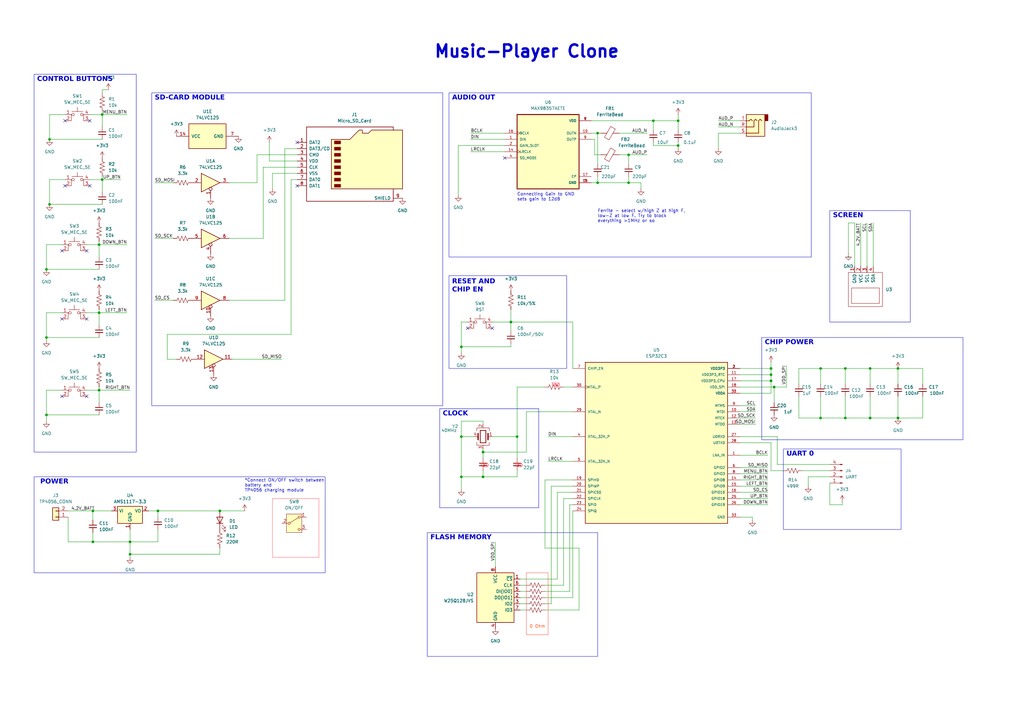
<source format=kicad_sch>
(kicad_sch (version 20230121) (generator eeschema)
  (paper "A3")
  (lib_symbols
    (symbol "74xx:74LVC125" (pin_names (offset 1.016))
      (property "Reference" "U" (at 0 1.27 0))
      (property "Value" "74LVC125" (at 0 -1.27 0))
      (symbol "74LVC125_1_0"
        (pin input inverted (at 0 -6.35 90) (length 4.445) (name "~") (number "1"))
        (pin input line (at -7.62 0 0) (length 3.81) (name "~") (number "2"))
        (pin tri_state line (at 7.62 0 180) (length 3.81) (name "~") (number "3"))
      )
      (symbol "74LVC125_2_0"
        (pin input inverted (at 0 -6.35 90) (length 4.445) (name "~") (number "4"))
        (pin input line (at -7.62 0 0) (length 3.81) (name "~") (number "5"))
        (pin tri_state line (at 7.62 0 180) (length 3.81) (name "~") (number "6"))
      )
      (symbol "74LVC125_3_0"
        (pin input inverted (at 0 -6.35 90) (length 4.445) (name "~") (number "10"))
        (pin tri_state line (at 7.62 0 180) (length 3.81) (name "~") (number "8"))
        (pin input line (at -7.62 0 0) (length 3.81) (name "~") (number "9"))
      )
      (symbol "74LVC125_4_0"
        (pin tri_state line (at 7.62 0 180) (length 3.81) (name "~") (number "11"))
        (pin input line (at -7.62 0 0) (length 3.81) (name "~") (number "12"))
        (pin input inverted (at 0 -6.35 90) (length 4.445) (name "~") (number "13"))
      )
      (symbol "74LVC125_5_0"
        (pin power_in line (at 0 12.7 270) (length 5.08) (name "VCC") (number "14"))
        (pin power_in line (at 0 -12.7 90) (length 5.08) (name "GND") (number "7"))
      )
    )
    (symbol "Connector:Conn_01x04_Pin" (pin_names (offset 1.016) hide)
      (property "Reference" "J" (at 0 5.08 0))
      (property "Value" "Conn_01x04_Pin" (at 0 -7.62 0))
      (symbol "Conn_01x04_Pin_1_1"
        (pin passive line (at 5.08 2.54 180) (length 3.81) (name "Pin_1") (number "1"))
        (pin passive line (at 5.08 0 180) (length 3.81) (name "Pin_2") (number "2"))
        (pin passive line (at 5.08 -2.54 180) (length 3.81) (name "Pin_3") (number "3"))
        (pin passive line (at 5.08 -5.08 180) (length 3.81) (name "Pin_4") (number "4"))
      )
    )
    (symbol "Connector:Micro_SD_Card" (pin_names (offset 1.016))
      (property "Reference" "J" (at -16.51 15.24 0))
      (property "Value" "Micro_SD_Card" (at 16.51 15.24 0))
      (symbol "Micro_SD_Card_1_1"
        (pin bidirectional line (at -22.86 7.62 0) (length 3.81) (name "DAT2") (number "1"))
        (pin bidirectional line (at -22.86 5.08 0) (length 3.81) (name "DAT3/CD") (number "2"))
        (pin input line (at -22.86 2.54 0) (length 3.81) (name "CMD") (number "3"))
        (pin power_in line (at -22.86 0 0) (length 3.81) (name "VDD") (number "4"))
        (pin input line (at -22.86 -2.54 0) (length 3.81) (name "CLK") (number "5"))
        (pin power_in line (at -22.86 -5.08 0) (length 3.81) (name "VSS") (number "6"))
        (pin bidirectional line (at -22.86 -7.62 0) (length 3.81) (name "DAT0") (number "7"))
        (pin bidirectional line (at -22.86 -10.16 0) (length 3.81) (name "DAT1") (number "8"))
        (pin passive line (at 20.32 -15.24 180) (length 3.81) (name "SHIELD") (number "9"))
      )
    )
    (symbol "Connector_Audio:AudioJack3"
      (property "Reference" "J" (at 0 8.89 0))
      (property "Value" "AudioJack3" (at 0 6.35 0))
      (symbol "AudioJack3_1_1"
        (pin passive line (at 5.08 0 180) (length 2.54) (name "~") (number "R"))
        (pin passive line (at 5.08 2.54 180) (length 2.54) (name "~") (number "S"))
        (pin passive line (at 5.08 -2.54 180) (length 2.54) (name "~") (number "T"))
      )
    )
    (symbol "Connector_Generic:Conn_01x02" (pin_names (offset 1.016) hide)
      (property "Reference" "J" (at 0 2.54 0))
      (property "Value" "Conn_01x02" (at 0 -5.08 0))
      (symbol "Conn_01x02_1_1"
        (pin passive line (at -5.08 0 0) (length 3.81) (name "Pin_1") (number "1"))
        (pin passive line (at -5.08 -2.54 0) (length 3.81) (name "Pin_2") (number "2"))
      )
    )
    (symbol "Device:C_Small" (pin_numbers hide) (pin_names (offset 0.254) hide)
      (property "Reference" "C" (at 0.254 1.778 0))
      (property "Value" "C_Small" (at 0.254 -2.032 0))
      (symbol "C_Small_1_1"
        (pin passive line (at 0 2.54 270) (length 2.032) (name "~") (number "1"))
        (pin passive line (at 0 -2.54 90) (length 2.032) (name "~") (number "2"))
      )
    )
    (symbol "Device:Crystal_GND23" (pin_names (offset 1.016) hide)
      (property "Reference" "Y" (at 3.175 5.08 0))
      (property "Value" "Crystal_GND23" (at 3.175 3.175 0))
      (symbol "Crystal_GND23_1_1"
        (pin passive line (at -3.81 0 0) (length 1.27) (name "1") (number "1"))
        (pin passive line (at 0 5.08 270) (length 1.27) (name "2") (number "2"))
        (pin passive line (at 0 -5.08 90) (length 1.27) (name "3") (number "3"))
        (pin passive line (at 3.81 0 180) (length 1.27) (name "4") (number "4"))
      )
    )
    (symbol "Device:FerriteBead" (pin_numbers hide) (pin_names (offset 0))
      (property "Reference" "FB" (at -3.81 0.635 90))
      (property "Value" "FerriteBead" (at 3.81 0 90))
      (symbol "FerriteBead_1_1"
        (pin passive line (at 0 3.81 270) (length 2.54) (name "~") (number "1"))
        (pin passive line (at 0 -3.81 90) (length 2.54) (name "~") (number "2"))
      )
    )
    (symbol "Device:LED" (pin_numbers hide) (pin_names (offset 1.016) hide)
      (property "Reference" "D" (at 0 2.54 0))
      (property "Value" "LED" (at 0 -2.54 0))
      (symbol "LED_1_1"
        (pin passive line (at -3.81 0 0) (length 2.54) (name "K") (number "1"))
        (pin passive line (at 3.81 0 180) (length 2.54) (name "A") (number "2"))
      )
    )
    (symbol "Device:R_US" (pin_numbers hide) (pin_names (offset 0))
      (property "Reference" "R" (at 2.54 0 90))
      (property "Value" "R_US" (at -2.54 0 90))
      (symbol "R_US_1_1"
        (pin passive line (at 0 3.81 270) (length 1.27) (name "~") (number "1"))
        (pin passive line (at 0 -3.81 90) (length 1.27) (name "~") (number "2"))
      )
    )
    (symbol "ESP32C3:ESP32C3" (pin_names (offset 1.016))
      (property "Reference" "U" (at -30.48 33.782 0))
      (property "Value" "ESP32C3" (at -30.48 -33.782 0))
      (symbol "ESP32C3_0_0"
        (pin bidirectional line (at 33.02 -5.08 180) (length 5.08) (name "LNA_IN") (number "1"))
        (pin bidirectional line (at 33.02 12.7 180) (length 5.08) (name "MTDI") (number "10"))
        (pin power_in line (at 33.02 27.94 180) (length 5.08) (name "VDD3P3_RTC") (number "11"))
        (pin bidirectional line (at 33.02 10.16 180) (length 5.08) (name "MTCK") (number "12"))
        (pin bidirectional line (at 33.02 7.62 180) (length 5.08) (name "MTDO") (number "13"))
        (pin bidirectional line (at 33.02 -15.24 180) (length 5.08) (name "GPIO8") (number "14"))
        (pin bidirectional line (at 33.02 -17.78 180) (length 5.08) (name "GPIO9") (number "15"))
        (pin bidirectional line (at 33.02 -20.32 180) (length 5.08) (name "GPIO10") (number "16"))
        (pin power_in line (at 33.02 25.4 180) (length 5.08) (name "VDD3P3_CPU") (number "17"))
        (pin power_in line (at 33.02 22.86 180) (length 5.08) (name "VDD_SPI") (number "18"))
        (pin bidirectional line (at -35.56 -15.24 0) (length 5.08) (name "SPIHD") (number "19"))
        (pin power_in line (at 33.02 30.48 180) (length 5.08) (name "VDD3P3") (number "2"))
        (pin bidirectional line (at -35.56 -17.78 0) (length 5.08) (name "SPIWP") (number "20"))
        (pin bidirectional line (at -35.56 -20.32 0) (length 5.08) (name "SPICS0") (number "21"))
        (pin bidirectional line (at -35.56 -22.86 0) (length 5.08) (name "SPICLK") (number "22"))
        (pin bidirectional line (at -35.56 -25.4 0) (length 5.08) (name "SPID") (number "23"))
        (pin bidirectional line (at -35.56 -27.94 0) (length 5.08) (name "SPIQ") (number "24"))
        (pin bidirectional line (at 33.02 -22.86 180) (length 5.08) (name "GPIO18") (number "25"))
        (pin bidirectional line (at 33.02 -25.4 180) (length 5.08) (name "GPIO19") (number "26"))
        (pin bidirectional line (at 33.02 2.54 180) (length 5.08) (name "U0RXD") (number "27"))
        (pin bidirectional line (at 33.02 0 180) (length 5.08) (name "U0TXD") (number "28"))
        (pin output line (at -35.56 12.7 0) (length 5.08) (name "XTAL_N") (number "29"))
        (pin power_in line (at 33.02 30.48 180) (length 5.08) (name "VDD3P3") (number "3"))
        (pin input clock (at -35.56 22.86 0) (length 5.08) (name "XTAL_P") (number "30"))
        (pin power_in line (at 33.02 20.32 180) (length 5.08) (name "VDDA") (number "31"))
        (pin power_in line (at 33.02 20.32 180) (length 5.08) (name "VDDA") (number "32"))
        (pin power_in line (at 33.02 -30.48 180) (length 5.08) (name "GND") (number "33"))
        (pin bidirectional line (at -35.56 2.54 0) (length 5.08) (name "XTAL_32K_P") (number "4"))
        (pin bidirectional line (at -35.56 -7.62 0) (length 5.08) (name "XTAL_32K_N") (number "5"))
        (pin bidirectional line (at 33.02 -10.16 180) (length 5.08) (name "GPIO2") (number "6"))
        (pin input line (at -35.56 30.48 0) (length 5.08) (name "CHIP_EN") (number "7"))
        (pin bidirectional line (at 33.02 -12.7 180) (length 5.08) (name "GPIO3") (number "8"))
        (pin bidirectional line (at 33.02 15.24 180) (length 5.08) (name "MTMS") (number "9"))
      )
    )
    (symbol "MAX98357AETE:MAX98357AETE" (pin_names (offset 1.016))
      (property "Reference" "U" (at -12.7 16.24 0))
      (property "Value" "MAX98357AETE" (at -12.7 -19.24 0))
      (symbol "MAX98357AETE_0_0"
        (pin input line (at -17.78 5.08 0) (length 5.08) (name "DIN") (number "1"))
        (pin output line (at 17.78 7.62 180) (length 5.08) (name "OUTN") (number "10"))
        (pin power_in line (at 17.78 -12.7 180) (length 5.08) (name "GND") (number "11"))
        (pin input clock (at -17.78 0 0) (length 5.08) (name "LRCLK") (number "14"))
        (pin power_in line (at 17.78 -12.7 180) (length 5.08) (name "GND") (number "15"))
        (pin input clock (at -17.78 7.62 0) (length 5.08) (name "BCLK") (number "16"))
        (pin power_in line (at 17.78 -10.16 180) (length 5.08) (name "EP") (number "17"))
        (pin input line (at -17.78 2.54 0) (length 5.08) (name "GAIN_SLOT") (number "2"))
        (pin power_in line (at 17.78 -12.7 180) (length 5.08) (name "GND") (number "3"))
        (pin input line (at -17.78 -2.54 0) (length 5.08) (name "SD_MODE") (number "4"))
        (pin power_in line (at 17.78 12.7 180) (length 5.08) (name "VDD") (number "7"))
        (pin power_in line (at 17.78 12.7 180) (length 5.08) (name "VDD") (number "8"))
        (pin output line (at 17.78 5.08 180) (length 5.08) (name "OUTP") (number "9"))
      )
    )
    (symbol "Memory_Flash:W25Q128JVS"
      (property "Reference" "U" (at -8.89 8.89 0))
      (property "Value" "W25Q128JVS" (at 7.62 8.89 0))
      (symbol "W25Q128JVS_1_1"
        (pin input line (at -10.16 7.62 0) (length 2.54) (name "~{CS}") (number "1"))
        (pin bidirectional line (at -10.16 0 0) (length 2.54) (name "DO(IO1)") (number "2"))
        (pin bidirectional line (at -10.16 -2.54 0) (length 2.54) (name "IO2") (number "3"))
        (pin power_in line (at 0 -12.7 90) (length 2.54) (name "GND") (number "4"))
        (pin bidirectional line (at -10.16 2.54 0) (length 2.54) (name "DI(IO0)") (number "5"))
        (pin input line (at -10.16 5.08 0) (length 2.54) (name "CLK") (number "6"))
        (pin bidirectional line (at -10.16 -5.08 0) (length 2.54) (name "IO3") (number "7"))
        (pin power_in line (at 0 12.7 270) (length 2.54) (name "VCC") (number "8"))
      )
    )
    (symbol "Regulator_Linear:AMS1117-3.3"
      (property "Reference" "U" (at -3.81 3.175 0))
      (property "Value" "AMS1117-3.3" (at 0 3.175 0))
      (symbol "AMS1117-3.3_1_1"
        (pin power_in line (at 0 -7.62 90) (length 2.54) (name "GND") (number "1"))
        (pin power_out line (at 7.62 0 180) (length 2.54) (name "VO") (number "2"))
        (pin power_in line (at -7.62 0 0) (length 2.54) (name "VI") (number "3"))
      )
    )
    (symbol "Switch:SW_MEC_5E" (pin_names (offset 1.016) hide)
      (property "Reference" "SW" (at 0.635 5.715 0))
      (property "Value" "SW_MEC_5E" (at 0 -3.175 0))
      (symbol "SW_MEC_5E_0_1"
        (pin passive line (at -5.08 2.54 0) (length 2.54) (name "1") (number "1"))
        (pin passive line (at -5.08 0 0) (length 2.54) (name "2") (number "2"))
        (pin passive line (at 5.08 0 180) (length 2.54) (name "K") (number "3"))
        (pin passive line (at 5.08 2.54 180) (length 2.54) (name "A") (number "4"))
      )
    )
    (symbol "Switch:SW_SPDT" (pin_names (offset 0) hide)
      (property "Reference" "SW" (at 0 5.08 0))
      (property "Value" "SW_SPDT" (at 0 -5.08 0))
      (symbol "SW_SPDT_1_1"
        (pin passive line (at 5.08 2.54 180) (length 2.54) (name "A") (number "1"))
        (pin passive line (at -5.08 0 0) (length 2.54) (name "B") (number "2"))
        (pin passive line (at 5.08 -2.54 180) (length 2.54) (name "C") (number "3"))
      )
    )
    (symbol "custom-modules:OLED-0.96{dblquote}"
      (property "Reference" "U" (at 6.35 -15.24 0))
      (symbol "OLED-0.96{dblquote}_1_1"
        (pin bidirectional line (at 2.54 2.54 270) (length 2.54) (name "GND") (number "1"))
        (pin bidirectional line (at 5.08 2.54 270) (length 2.54) (name "VCC") (number "2"))
        (pin bidirectional line (at 7.62 2.54 270) (length 2.54) (name "SCL") (number "3"))
        (pin bidirectional line (at 10.16 2.54 270) (length 2.54) (name "SDA") (number "4"))
      )
    )
    (symbol "power:+3V3" (power) (pin_names (offset 0))
      (property "Value" "+3V3" (at 0 3.556 0))
      (symbol "+3V3_1_1"
        (pin power_in line (at 0 0 90) (length 0) hide (name "+3V3") (number "1"))
      )
    )
    (symbol "power:GND" (power) (pin_names (offset 0))
      (property "Value" "GND" (at 0 -3.81 0))
      (symbol "GND_1_1"
        (pin power_in line (at 0 0 270) (length 0) hide (name "GND") (number "1"))
      )
    )
  )
  (junction (at 38.1 222.25))
  (junction (at 317.5 158.75))
  (junction (at 20.32 83.82))
  (junction (at 64.77 209.55))
  (junction (at 198.12 185.42))
  (junction (at 53.34 222.25))
  (junction (at 19.05 110.49))
  (junction (at 20.32 57.15))
  (junction (at 40.64 128.27))
  (junction (at 41.91 46.99))
  (junction (at 245.11 54.61))
  (junction (at 209.55 132.08))
  (junction (at 38.1 209.55))
  (junction (at 41.91 73.66))
  (junction (at 257.81 74.93))
  (junction (at 336.55 151.13))
  (junction (at 316.23 153.67))
  (junction (at 336.55 171.45))
  (junction (at 356.87 151.13))
  (junction (at 316.23 151.13))
  (junction (at 278.13 59.69))
  (junction (at 189.23 195.58))
  (junction (at 90.17 209.55))
  (junction (at 198.12 195.58))
  (junction (at 368.3 171.45))
  (junction (at 316.23 156.21))
  (junction (at 356.87 171.45))
  (junction (at 346.71 171.45))
  (junction (at 19.05 138.43))
  (junction (at 278.13 49.53))
  (junction (at 40.64 160.02))
  (junction (at 346.71 151.13))
  (junction (at 40.64 100.33))
  (junction (at 189.23 179.07))
  (junction (at 212.09 179.07))
  (junction (at 257.81 63.5))
  (junction (at 267.97 49.53))
  (junction (at 189.23 142.24))
  (junction (at 53.34 227.33))
  (junction (at 19.05 170.18))
  (junction (at 368.3 151.13))
  (junction (at 245.11 74.93))
  (no_connect (at 201.93 134.62))
  (no_connect (at 25.4 130.81))
  (no_connect (at 35.56 102.87))
  (no_connect (at 26.67 49.53))
  (no_connect (at 36.83 49.53))
  (no_connect (at 121.92 58.42))
  (no_connect (at 207.01 64.77))
  (no_connect (at 26.67 76.2))
  (no_connect (at 36.83 76.2))
  (no_connect (at 35.56 162.56))
  (no_connect (at 121.92 76.2))
  (no_connect (at 25.4 102.87))
  (no_connect (at 35.56 130.81))
  (no_connect (at 25.4 162.56))
  (no_connect (at 191.77 134.62))
  (wire (pts (xy 63.5 97.79) (xy 71.12 97.79)))
  (wire (pts (xy 228.6 201.93) (xy 228.6 237.49)))
  (wire (pts (xy 41.91 45.72) (xy 41.91 46.99)))
  (wire (pts (xy 243.84 57.15) (xy 243.84 63.5)))
  (wire (pts (xy 294.64 54.61) (xy 294.64 60.96)))
  (wire (pts (xy 233.68 242.57) (xy 223.52 242.57)))
  (wire (pts (xy 316.23 153.67) (xy 316.23 156.21)))
  (wire (pts (xy 245.11 74.93) (xy 242.57 74.93)))
  (wire (pts (xy 358.14 109.22) (xy 358.14 91.44)))
  (wire (pts (xy 303.53 212.09) (xy 308.61 212.09)))
  (wire (pts (xy 303.53 204.47) (xy 314.96 204.47)))
  (wire (pts (xy 267.97 49.53) (xy 267.97 53.34)))
  (wire (pts (xy 234.95 204.47) (xy 231.14 204.47)))
  (wire (pts (xy 40.64 158.75) (xy 40.64 160.02)))
  (wire (pts (xy 41.91 36.83) (xy 41.91 38.1)))
  (wire (pts (xy 27.94 222.25) (xy 38.1 222.25)))
  (wire (pts (xy 40.64 160.02) (xy 40.64 165.1)))
  (wire (pts (xy 198.12 195.58) (xy 189.23 195.58)))
  (wire (pts (xy 368.3 171.45) (xy 356.87 171.45)))
  (wire (pts (xy 331.47 199.39) (xy 331.47 195.58)))
  (wire (pts (xy 336.55 151.13) (xy 336.55 157.48)))
  (wire (pts (xy 64.77 209.55) (xy 64.77 212.09)))
  (wire (pts (xy 40.64 160.02) (xy 53.34 160.02)))
  (wire (pts (xy 19.05 170.18) (xy 19.05 160.02)))
  (wire (pts (xy 187.96 59.69) (xy 207.01 59.69)))
  (wire (pts (xy 20.32 46.99) (xy 26.67 46.99)))
  (wire (pts (xy 237.49 224.79) (xy 237.49 250.19)))
  (wire (pts (xy 63.5 123.19) (xy 71.12 123.19)))
  (wire (pts (xy 327.66 162.56) (xy 327.66 171.45)))
  (wire (pts (xy 234.95 196.85) (xy 223.52 196.85)))
  (wire (pts (xy 63.5 74.93) (xy 71.12 74.93)))
  (wire (pts (xy 212.09 158.75) (xy 223.52 158.75)))
  (wire (pts (xy 327.66 171.45) (xy 336.55 171.45)))
  (wire (pts (xy 105.41 63.5) (xy 121.92 63.5)))
  (wire (pts (xy 234.95 132.08) (xy 234.95 151.13)))
  (wire (pts (xy 234.95 201.93) (xy 228.6 201.93)))
  (wire (pts (xy 328.93 193.04) (xy 340.36 193.04)))
  (wire (pts (xy 40.64 99.06) (xy 40.64 100.33)))
  (wire (pts (xy 237.49 250.19) (xy 223.52 250.19)))
  (wire (pts (xy 303.53 196.85) (xy 314.96 196.85)))
  (wire (pts (xy 19.05 172.72) (xy 19.05 170.18)))
  (wire (pts (xy 38.1 222.25) (xy 53.34 222.25)))
  (wire (pts (xy 68.58 137.16) (xy 119.38 137.16)))
  (wire (pts (xy 224.79 179.07) (xy 234.95 179.07)))
  (wire (pts (xy 110.49 66.04) (xy 121.92 66.04)))
  (wire (pts (xy 119.38 73.66) (xy 121.92 73.66)))
  (wire (pts (xy 19.05 160.02) (xy 25.4 160.02)))
  (wire (pts (xy 193.04 57.15) (xy 207.01 57.15)))
  (wire (pts (xy 356.87 151.13) (xy 356.87 157.48)))
  (wire (pts (xy 27.94 209.55) (xy 38.1 209.55)))
  (wire (pts (xy 254 54.61) (xy 265.43 54.61)))
  (wire (pts (xy 38.1 218.44) (xy 38.1 222.25)))
  (wire (pts (xy 267.97 59.69) (xy 278.13 59.69)))
  (wire (pts (xy 60.96 209.55) (xy 64.77 209.55)))
  (wire (pts (xy 234.95 207.01) (xy 233.68 207.01)))
  (wire (pts (xy 40.64 100.33) (xy 35.56 100.33)))
  (wire (pts (xy 322.58 149.86) (xy 322.58 158.75)))
  (wire (pts (xy 41.91 73.66) (xy 49.53 73.66)))
  (wire (pts (xy 201.93 132.08) (xy 209.55 132.08)))
  (wire (pts (xy 19.05 128.27) (xy 25.4 128.27)))
  (wire (pts (xy 233.68 207.01) (xy 233.68 242.57)))
  (wire (pts (xy 19.05 138.43) (xy 40.64 138.43)))
  (wire (pts (xy 356.87 151.13) (xy 368.3 151.13)))
  (wire (pts (xy 40.64 160.02) (xy 35.56 160.02)))
  (wire (pts (xy 53.34 228.6) (xy 53.34 227.33)))
  (wire (pts (xy 316.23 148.59) (xy 316.23 151.13)))
  (wire (pts (xy 41.91 73.66) (xy 41.91 78.74)))
  (wire (pts (xy 187.96 80.01) (xy 187.96 59.69)))
  (wire (pts (xy 245.11 54.61) (xy 245.11 67.31)))
  (wire (pts (xy 378.46 162.56) (xy 378.46 171.45)))
  (wire (pts (xy 303.53 173.99) (xy 309.88 173.99)))
  (wire (pts (xy 355.6 109.22) (xy 355.6 91.44)))
  (wire (pts (xy 53.34 217.17) (xy 53.34 222.25)))
  (wire (pts (xy 40.64 127) (xy 40.64 128.27)))
  (wire (pts (xy 41.91 46.99) (xy 41.91 52.07)))
  (wire (pts (xy 38.1 209.55) (xy 38.1 213.36)))
  (wire (pts (xy 223.52 247.65) (xy 226.06 247.65)))
  (wire (pts (xy 111.76 77.47) (xy 111.76 71.12)))
  (wire (pts (xy 303.53 54.61) (xy 294.64 54.61)))
  (wire (pts (xy 189.23 144.78) (xy 189.23 142.24)))
  (wire (pts (xy 19.05 138.43) (xy 19.05 128.27)))
  (wire (pts (xy 245.11 72.39) (xy 245.11 74.93)))
  (wire (pts (xy 68.58 147.32) (xy 72.39 147.32)))
  (wire (pts (xy 93.98 123.19) (xy 116.84 123.19)))
  (wire (pts (xy 41.91 46.99) (xy 36.83 46.99)))
  (wire (pts (xy 316.23 193.04) (xy 321.31 193.04)))
  (wire (pts (xy 267.97 58.42) (xy 267.97 59.69)))
  (wire (pts (xy 198.12 185.42) (xy 198.12 187.96)))
  (wire (pts (xy 53.34 227.33) (xy 53.34 222.25)))
  (wire (pts (xy 198.12 172.72) (xy 189.23 172.72)))
  (wire (pts (xy 116.84 123.19) (xy 116.84 60.96)))
  (wire (pts (xy 303.53 201.93) (xy 314.96 201.93)))
  (wire (pts (xy 356.87 162.56) (xy 356.87 171.45)))
  (wire (pts (xy 223.52 240.03) (xy 231.14 240.03)))
  (wire (pts (xy 40.64 128.27) (xy 35.56 128.27)))
  (wire (pts (xy 20.32 83.82) (xy 41.91 83.82)))
  (wire (pts (xy 303.53 151.13) (xy 316.23 151.13)))
  (wire (pts (xy 64.77 209.55) (xy 90.17 209.55)))
  (wire (pts (xy 254 63.5) (xy 257.81 63.5)))
  (wire (pts (xy 193.04 62.23) (xy 207.01 62.23)))
  (wire (pts (xy 194.31 179.07) (xy 189.23 179.07)))
  (wire (pts (xy 20.32 73.66) (xy 26.67 73.66)))
  (wire (pts (xy 20.32 83.82) (xy 20.32 73.66)))
  (wire (pts (xy 213.36 237.49) (xy 228.6 237.49)))
  (wire (pts (xy 40.64 100.33) (xy 40.64 105.41)))
  (wire (pts (xy 203.2 222.25) (xy 203.2 232.41)))
  (wire (pts (xy 107.95 97.79) (xy 107.95 68.58)))
  (wire (pts (xy 303.53 181.61) (xy 316.23 181.61)))
  (wire (pts (xy 215.9 168.91) (xy 234.95 168.91)))
  (wire (pts (xy 316.23 181.61) (xy 316.23 193.04)))
  (wire (pts (xy 19.05 100.33) (xy 25.4 100.33)))
  (wire (pts (xy 336.55 151.13) (xy 346.71 151.13)))
  (wire (pts (xy 213.36 250.19) (xy 215.9 250.19)))
  (wire (pts (xy 40.64 100.33) (xy 52.07 100.33)))
  (wire (pts (xy 278.13 49.53) (xy 267.97 49.53)))
  (wire (pts (xy 327.66 157.48) (xy 327.66 151.13)))
  (wire (pts (xy 331.47 195.58) (xy 340.36 195.58)))
  (wire (pts (xy 303.53 191.77) (xy 314.96 191.77)))
  (wire (pts (xy 346.71 162.56) (xy 346.71 171.45)))
  (wire (pts (xy 378.46 157.48) (xy 378.46 151.13)))
  (wire (pts (xy 223.52 245.11) (xy 234.95 245.11)))
  (wire (pts (xy 189.23 172.72) (xy 189.23 179.07)))
  (wire (pts (xy 209.55 127) (xy 209.55 132.08)))
  (wire (pts (xy 316.23 156.21) (xy 303.53 156.21)))
  (wire (pts (xy 223.52 196.85) (xy 223.52 224.79)))
  (wire (pts (xy 64.77 217.17) (xy 64.77 222.25)))
  (wire (pts (xy 340.36 190.5) (xy 318.77 190.5)))
  (wire (pts (xy 303.53 161.29) (xy 316.23 161.29)))
  (wire (pts (xy 278.13 53.34) (xy 278.13 49.53)))
  (wire (pts (xy 116.84 60.96) (xy 121.92 60.96)))
  (wire (pts (xy 64.77 222.25) (xy 53.34 222.25)))
  (wire (pts (xy 257.81 63.5) (xy 265.43 63.5)))
  (wire (pts (xy 90.17 224.79) (xy 90.17 227.33)))
  (wire (pts (xy 278.13 46.99) (xy 278.13 49.53)))
  (wire (pts (xy 226.06 199.39) (xy 226.06 247.65)))
  (wire (pts (xy 353.06 91.44) (xy 353.06 109.22)))
  (wire (pts (xy 20.32 57.15) (xy 41.91 57.15)))
  (wire (pts (xy 294.64 52.07) (xy 303.53 52.07)))
  (wire (pts (xy 242.57 57.15) (xy 243.84 57.15)))
  (wire (pts (xy 19.05 110.49) (xy 19.05 100.33)))
  (wire (pts (xy 198.12 185.42) (xy 215.9 185.42)))
  (wire (pts (xy 303.53 168.91) (xy 309.88 168.91)))
  (wire (pts (xy 317.5 158.75) (xy 317.5 165.1)))
  (wire (pts (xy 234.95 209.55) (xy 234.95 245.11)))
  (wire (pts (xy 223.52 224.79) (xy 237.49 224.79)))
  (wire (pts (xy 317.5 158.75) (xy 322.58 158.75)))
  (wire (pts (xy 90.17 209.55) (xy 100.33 209.55)))
  (wire (pts (xy 45.72 209.55) (xy 38.1 209.55)))
  (wire (pts (xy 198.12 184.15) (xy 198.12 185.42)))
  (wire (pts (xy 303.53 153.67) (xy 316.23 153.67)))
  (wire (pts (xy 189.23 142.24) (xy 209.55 142.24)))
  (wire (pts (xy 327.66 151.13) (xy 336.55 151.13)))
  (wire (pts (xy 345.44 207.01) (xy 340.36 207.01)))
  (wire (pts (xy 198.12 193.04) (xy 198.12 195.58)))
  (wire (pts (xy 262.89 77.47) (xy 262.89 74.93)))
  (wire (pts (xy 347.98 91.44) (xy 347.98 104.14)))
  (wire (pts (xy 213.36 245.11) (xy 215.9 245.11)))
  (wire (pts (xy 213.36 240.03) (xy 215.9 240.03)))
  (wire (pts (xy 119.38 137.16) (xy 119.38 73.66)))
  (wire (pts (xy 231.14 158.75) (xy 234.95 158.75)))
  (wire (pts (xy 93.98 97.79) (xy 107.95 97.79)))
  (wire (pts (xy 378.46 171.45) (xy 368.3 171.45)))
  (wire (pts (xy 243.84 63.5) (xy 246.38 63.5)))
  (wire (pts (xy 303.53 158.75) (xy 317.5 158.75)))
  (wire (pts (xy 303.53 171.45) (xy 309.88 171.45)))
  (wire (pts (xy 234.95 199.39) (xy 226.06 199.39)))
  (wire (pts (xy 90.17 227.33) (xy 53.34 227.33)))
  (wire (pts (xy 20.32 57.15) (xy 20.32 46.99)))
  (wire (pts (xy 215.9 185.42) (xy 215.9 168.91)))
  (wire (pts (xy 257.81 74.93) (xy 245.11 74.93)))
  (wire (pts (xy 212.09 179.07) (xy 212.09 187.96)))
  (wire (pts (xy 350.52 109.22) (xy 350.52 91.44)))
  (wire (pts (xy 278.13 58.42) (xy 278.13 59.69)))
  (wire (pts (xy 193.04 54.61) (xy 207.01 54.61)))
  (wire (pts (xy 27.94 212.09) (xy 27.94 222.25)))
  (wire (pts (xy 242.57 54.61) (xy 245.11 54.61)))
  (wire (pts (xy 316.23 151.13) (xy 316.23 153.67)))
  (wire (pts (xy 19.05 170.18) (xy 40.64 170.18)))
  (wire (pts (xy 303.53 194.31) (xy 314.96 194.31)))
  (wire (pts (xy 212.09 195.58) (xy 198.12 195.58)))
  (wire (pts (xy 245.11 54.61) (xy 246.38 54.61)))
  (wire (pts (xy 198.12 172.72) (xy 198.12 173.99)))
  (wire (pts (xy 111.76 71.12) (xy 121.92 71.12)))
  (wire (pts (xy 257.81 72.39) (xy 257.81 74.93)))
  (wire (pts (xy 209.55 140.97) (xy 209.55 142.24)))
  (wire (pts (xy 110.49 58.42) (xy 110.49 66.04)))
  (wire (pts (xy 368.3 162.56) (xy 368.3 171.45)))
  (wire (pts (xy 189.23 179.07) (xy 189.23 195.58)))
  (wire (pts (xy 303.53 207.01) (xy 314.96 207.01)))
  (wire (pts (xy 201.93 179.07) (xy 212.09 179.07)))
  (wire (pts (xy 303.53 166.37) (xy 309.88 166.37)))
  (wire (pts (xy 189.23 132.08) (xy 191.77 132.08)))
  (wire (pts (xy 209.55 132.08) (xy 209.55 135.89)))
  (wire (pts (xy 213.36 247.65) (xy 215.9 247.65)))
  (wire (pts (xy 345.44 205.74) (xy 345.44 207.01)))
  (wire (pts (xy 209.55 132.08) (xy 234.95 132.08)))
  (wire (pts (xy 19.05 139.7) (xy 19.05 138.43)))
  (wire (pts (xy 378.46 151.13) (xy 368.3 151.13)))
  (wire (pts (xy 40.64 128.27) (xy 52.07 128.27)))
  (wire (pts (xy 19.05 110.49) (xy 40.64 110.49)))
  (wire (pts (xy 336.55 171.45) (xy 346.71 171.45)))
  (wire (pts (xy 303.53 186.69) (xy 314.96 186.69)))
  (wire (pts (xy 340.36 207.01) (xy 340.36 198.12)))
  (wire (pts (xy 303.53 199.39) (xy 314.96 199.39)))
  (wire (pts (xy 41.91 46.99) (xy 52.07 46.99)))
  (wire (pts (xy 189.23 195.58) (xy 189.23 200.66)))
  (wire (pts (xy 95.25 147.32) (xy 115.57 147.32)))
  (wire (pts (xy 40.64 128.27) (xy 40.64 133.35)))
  (wire (pts (xy 308.61 212.09) (xy 308.61 213.36)))
  (wire (pts (xy 318.77 179.07) (xy 303.53 179.07)))
  (wire (pts (xy 105.41 74.93) (xy 105.41 63.5)))
  (wire (pts (xy 346.71 151.13) (xy 346.71 157.48)))
  (wire (pts (xy 41.91 73.66) (xy 36.83 73.66)))
  (wire (pts (xy 212.09 193.04) (xy 212.09 195.58)))
  (wire (pts (xy 213.36 242.57) (xy 215.9 242.57)))
  (wire (pts (xy 262.89 74.93) (xy 257.81 74.93)))
  (wire (pts (xy 346.71 151.13) (xy 356.87 151.13)))
  (wire (pts (xy 350.52 91.44) (xy 347.98 91.44)))
  (wire (pts (xy 224.79 189.23) (xy 234.95 189.23)))
  (wire (pts (xy 336.55 162.56) (xy 336.55 171.45)))
  (wire (pts (xy 316.23 161.29) (xy 316.23 156.21)))
  (wire (pts (xy 318.77 190.5) (xy 318.77 179.07)))
  (wire (pts (xy 44.45 36.83) (xy 41.91 36.83)))
  (wire (pts (xy 231.14 204.47) (xy 231.14 240.03)))
  (wire (pts (xy 189.23 142.24) (xy 189.23 132.08)))
  (wire (pts (xy 107.95 68.58) (xy 121.92 68.58)))
  (wire (pts (xy 68.58 147.32) (xy 68.58 137.16)))
  (wire (pts (xy 41.91 72.39) (xy 41.91 73.66)))
  (wire (pts (xy 346.71 171.45) (xy 356.87 171.45)))
  (wire (pts (xy 242.57 49.53) (xy 267.97 49.53)))
  (wire (pts (xy 368.3 151.13) (xy 368.3 157.48)))
  (wire (pts (xy 212.09 179.07) (xy 212.09 158.75)))
  (wire (pts (xy 93.98 74.93) (xy 105.41 74.93)))
  (wire (pts (xy 278.13 59.69) (xy 278.13 60.96)))
  (wire (pts (xy 257.81 63.5) (xy 257.81 67.31)))
  (wire (pts (xy 294.64 49.53) (xy 303.53 49.53)))
  (rectangle (start 312.42 138.43) (end 394.97 180.34))
  (rectangle (start 184.15 113.03) (end 232.41 151.13))
  (rectangle (start 321.31 184.15) (end 369.57 217.17))
  (rectangle (start 175.26 218.44) (end 245.11 269.24))
  (rectangle (start 215.9 234.95) (end 224.79 260.35) (stroke (width 0) (color 255 67 55 1)))
  (rectangle (start 13.97 195.58) (end 133.35 234.95))
  (rectangle (start 180.34 167.64) (end 220.98 208.28))
  (rectangle (start 62.23 38.1) (end 181.61 166.37))
  (rectangle (start 184.15 38.1) (end 332.74 105.41))
  (rectangle (start 111.76 204.47) (end 130.81 228.6) (stroke (width 0) (color 255 83 91 1)))
  (rectangle (start 13.97 30.48) (end 55.88 185.42))
  (rectangle (start 340.36 86.36) (end 373.38 132.08))
  (text "0 Ohm" (at 217.17 257.81 0) (effects (font (size 1.27 1.27)) (justify left bottom)))
  (text "UART 0" (at 322.58 187.96 0) (effects (font (size 2 2) (thickness 0.4) bold) (justify left bottom)))
  (text "CLOCK" (at 181.61 171.45 0) (effects (font (size 2 2) (thickness 0.4) bold) (justify left bottom)))
  (text "CONTROL BUTTONS\n" (at 15.24 34.29 0) (effects (font (size 2 2) (thickness 0.4) bold) (justify left bottom)))
  (text "TBD" (at 210.82 191.77 0) (effects (font (size 1.27 1.27)) (justify left bottom)))
  (text "SD-CARD MODULE" (at 63.5 41.91 0) (effects (font (size 2 2) (thickness 0.4) bold) (justify left bottom)))
  (text "Ferrite - select w/high Z at high F,\nlow-Z at low F. Try to block \neverything >1MHz or so" (at 245.11 91.44 0) (effects (font (size 1.27 1.27)) (justify left bottom)))
  (text "RESET AND \nCHIP EN\n" (at 185.42 120.65 0) (effects (font (size 2 2) (thickness 0.4) bold) (justify left bottom)))
  (text "TBD" (at 226.06 158.75 0) (effects (font (size 1.27 1.27)) (justify left bottom)))
  (text "TBD" (at 196.85 191.77 0) (effects (font (size 1.27 1.27)) (justify left bottom)))
  (text "Connecting Gain to GND\nsets gain to 12dB" (at 212.09 82.55 0) (effects (font (size 1.27 1.27)) (justify left bottom)))
  (text "AUDIO OUT" (at 185.42 41.91 0) (effects (font (size 2 2) (thickness 0.4) bold) (justify left bottom)))
  (text "CHIP POWER" (at 313.69 142.24 0) (effects (font (size 2 2) (thickness 0.4) bold) (justify left bottom)))
  (text "SCREEN" (at 341.63 90.17 0) (effects (font (size 2 2) (thickness 0.4) bold) (justify left bottom)))
  (text "*Connect ON/OFF switch between\nbattery and \nTP4056 charging module" (at 100.33 201.93 0) (effects (font (size 1.27 1.27)) (justify left bottom)))
  (text "FLASH MEMORY" (at 176.53 222.25 0) (effects (font (size 2 2) (thickness 0.4) bold) (justify left bottom)))
  (text "Music-Player Clone " (at 177.8 24.13 0) (effects (font (size 5 5) bold) (justify left bottom)))
  (text "POWER" (at 16.51 199.39 0) (effects (font (size 2 2) (thickness 0.4) bold) (justify left bottom)))
  (label "SD_SCK" (at 309.88 171.45 180))
  (label "LEFT_BTN" (at 52.07 128.27 180))
  (label "4.2V_BATT" (at 29.21 209.55 0))
  (label "4.2V_BATT" (at 353.06 91.44 270))
  (label "LEFT_BTN" (at 314.96 199.39 180))
  (label "UP_BTN" (at 314.96 204.47 180))
  (label "DOWN_BTN" (at 314.96 207.01 180))
  (label "SD_SCK" (at 63.5 97.79 0))
  (label "AUD_N" (at 265.43 54.61 180))
  (label "SD_CS" (at 63.5 123.19 0))
  (label "DIN" (at 224.79 179.07 0))
  (label "SD_MISO" (at 314.96 191.77 180))
  (label "AUD_N" (at 294.64 52.07 0))
  (label "VDD_SPI" (at 203.2 222.25 270))
  (label "RIGHT_BTN" (at 314.96 196.85 180))
  (label "SDA" (at 358.14 91.44 270))
  (label "LRCLK" (at 193.04 62.23 0))
  (label "DOWN_BTN" (at 52.07 100.33 180))
  (label "AUD_P" (at 294.64 49.53 0))
  (label "MENU_BTN" (at 314.96 194.31 180))
  (label "RIGHT_BTN" (at 53.34 160.02 180))
  (label "LRCLK" (at 224.79 189.23 0))
  (label "SCL" (at 309.88 166.37 180))
  (label "VDD_SPI" (at 322.58 149.86 270))
  (label "MENU_BTN" (at 52.07 46.99 180))
  (label "UP_BTN" (at 49.53 73.66 180))
  (label "SD_MOSI" (at 309.88 173.99 180))
  (label "BCLK" (at 193.04 54.61 0))
  (label "DIN" (at 193.04 57.15 0))
  (label "SD_MOSI" (at 63.5 74.93 0))
  (label "AUD_P" (at 265.43 63.5 180))
  (label "SD_CS" (at 314.96 201.93 180))
  (label "SD_MISO" (at 115.57 147.32 180))
  (label "SDA" (at 309.88 168.91 180))
  (label "BCLK" (at 314.96 186.69 180))
  (label "SCL" (at 355.6 91.44 270))
  (symbol (lib_id "74xx:74LVC125") (at 86.36 123.19 0) (unit 3)
    (property "Reference" "U1" (at 86.36 114.3 0))
    (property "Value" "74LVC125" (at 86.36 116.84 0))
    (property "Datasheet" "http://www.ti.com/lit/gpn/sn74LVC125" (effects hide))
  )
  (symbol (lib_id "Device:R_US") (at 74.93 97.79 90) (unit 1)
    (property "Reference" "R7" (at 74.93 91.44 90))
    (property "Value" "3.3k" (at 74.93 93.98 90))
  )
  (symbol (lib_id "74xx:74LVC125") (at 86.36 74.93 0) (unit 1)
    (property "Reference" "U1" (at 86.36 66.04 0))
    (property "Value" "74LVC125" (at 86.36 68.58 0))
    (property "Datasheet" "http://www.ti.com/lit/gpn/sn74LVC125" (effects hide))
  )
  (symbol (lib_id "power:GND") (at 347.98 104.14 0) (unit 1)
    (property "Reference" "#PWR029" (effects hide))
    (property "Value" "GND" (at 347.98 109.22 0))
  )
  (symbol (lib_id "Connector_Generic:Conn_01x02") (at 22.86 212.09 180) (unit 1)
    (property "Reference" "J3" (at 22.86 203.2 0))
    (property "Value" "TP4056_CONN" (at 22.86 205.74 0))
  )
  (symbol (lib_id "Device:LED") (at 90.17 213.36 90) (unit 1)
    (property "Reference" "D1" (at 93.98 213.6775 90) (effects (justify right)))
    (property "Value" "LED" (at 93.98 216.2175 90) (effects (justify right)))
  )
  (symbol (lib_id "power:GND") (at 187.96 80.01 0) (unit 1)
    (property "Reference" "#PWR023" (effects hide))
    (property "Value" "GND" (at 187.96 85.09 0))
  )
  (symbol (lib_id "Device:C_Small") (at 327.66 160.02 0) (mirror y) (unit 1)
    (property "Reference" "C15" (at 332.74 158.75 0) (effects (justify left)))
    (property "Value" "1uF" (at 332.74 161.29 0) (effects (justify left)))
  )
  (symbol (lib_id "power:GND") (at 86.36 129.54 0) (unit 1)
    (property "Reference" "#PWR013" (effects hide))
    (property "Value" "GND" (at 86.36 134.62 0))
  )
  (symbol (lib_id "Device:C_Small") (at 346.71 160.02 0) (mirror y) (unit 1)
    (property "Reference" "C12" (at 353.06 160.02 0) (effects (justify left)))
    (property "Value" "100nF" (at 354.33 162.56 0) (effects (justify left)))
  )
  (symbol (lib_id "Device:C_Small") (at 378.46 160.02 0) (mirror y) (unit 1)
    (property "Reference" "C17" (at 384.81 158.75 0) (effects (justify left)))
    (property "Value" "100nF" (at 387.35 161.29 0) (effects (justify left)))
  )
  (symbol (lib_id "Switch:SW_MEC_5E") (at 30.48 162.56 0) (unit 1)
    (property "Reference" "SW5" (at 30.48 152.4 0))
    (property "Value" "SW_MEC_5E" (at 30.48 154.94 0))
    (property "Datasheet" "http://www.apem.com/int/index.php?controller=attachment&id_attachment=1371" (effects hide))
  )
  (symbol (lib_id "Switch:SW_MEC_5E") (at 30.48 130.81 0) (unit 1)
    (property "Reference" "SW4" (at 30.48 120.65 0))
    (property "Value" "SW_MEC_5E" (at 30.48 123.19 0))
    (property "Datasheet" "http://www.apem.com/int/index.php?controller=attachment&id_attachment=1371" (effects hide))
  )
  (symbol (lib_id "power:+3V3") (at 110.49 58.42 0) (unit 1)
    (property "Reference" "#PWR018" (effects hide))
    (property "Value" "+3V3" (at 110.49 53.34 0))
  )
  (symbol (lib_id "power:GND") (at 203.2 257.81 0) (mirror y) (unit 1)
    (property "Reference" "#PWR037" (effects hide))
    (property "Value" "GND" (at 203.2 262.89 0))
  )
  (symbol (lib_id "Device:FerriteBead") (at 250.19 63.5 90) (unit 1)
    (property "Reference" "FB2" (at 256.54 57.15 90))
    (property "Value" "FerriteBead" (at 259.08 59.69 90))
  )
  (symbol (lib_id "Device:R_US") (at 227.33 158.75 90) (unit 1)
    (property "Reference" "R13" (at 227.33 152.4 90))
    (property "Value" "10k" (at 227.33 154.94 90))
  )
  (symbol (lib_id "Device:C_Small") (at 41.91 81.28 0) (unit 1)
    (property "Reference" "C2" (at 44.45 80.0163 0) (effects (justify left)))
    (property "Value" "100nF" (at 44.45 82.5563 0) (effects (justify left)))
  )
  (symbol (lib_id "power:GND") (at 368.3 171.45 0) (unit 1)
    (property "Reference" "#PWR030" (effects hide))
    (property "Value" "GND" (at 368.3 176.53 0))
  )
  (symbol (lib_id "power:GND") (at 20.32 57.15 0) (unit 1)
    (property "Reference" "#PWR01" (effects hide))
    (property "Value" "GND" (at 20.32 62.23 0))
  )
  (symbol (lib_id "power:GND") (at 165.1 81.28 0) (unit 1)
    (property "Reference" "#PWR017" (effects hide))
    (property "Value" "GND" (at 165.1 86.36 0))
  )
  (symbol (lib_id "power:+3V3") (at 44.45 36.83 0) (unit 1)
    (property "Reference" "#PWR06" (effects hide))
    (property "Value" "+3V3" (at 44.45 31.75 0))
  )
  (symbol (lib_id "Device:Crystal_GND23") (at 198.12 179.07 0) (mirror y) (unit 1)
    (property "Reference" "Y2" (at 186.69 174.8791 0))
    (property "Value" "40MHz" (at 184.15 176.53 0))
  )
  (symbol (lib_id "Device:R_US") (at 219.71 242.57 90) (unit 1)
    (property "Reference" "R17" (effects hide))
    (property "Value" "10k" (effects hide))
  )
  (symbol (lib_id "Device:R_US") (at 76.2 147.32 90) (unit 1)
    (property "Reference" "R9" (at 76.2 140.97 90))
    (property "Value" "3.3k" (at 76.2 143.51 90))
  )
  (symbol (lib_id "power:GND") (at 189.23 144.78 0) (unit 1)
    (property "Reference" "#PWR021" (effects hide))
    (property "Value" "GND" (at 189.23 149.86 0))
  )
  (symbol (lib_id "Device:R_US") (at 41.91 68.58 0) (unit 1)
    (property "Reference" "R2" (at 44.45 67.31 0) (effects (justify left)))
    (property "Value" "10k" (at 44.45 69.85 0) (effects (justify left)))
  )
  (symbol (lib_id "Device:R_US") (at 209.55 123.19 0) (unit 1)
    (property "Reference" "R11" (at 212.09 121.92 0) (effects (justify left)))
    (property "Value" "10k/5%" (at 212.09 124.46 0) (effects (justify left)))
  )
  (symbol (lib_id "power:GND") (at 189.23 200.66 0) (mirror y) (unit 1)
    (property "Reference" "#PWR034" (effects hide))
    (property "Value" "GND" (at 189.23 205.74 0))
  )
  (symbol (lib_id "Device:C_Small") (at 40.64 167.64 0) (unit 1)
    (property "Reference" "C5" (at 43.18 166.3763 0) (effects (justify left)))
    (property "Value" "100nF" (at 43.18 168.9163 0) (effects (justify left)))
  )
  (symbol (lib_id "Device:C_Small") (at 317.5 167.64 0) (mirror y) (unit 1)
    (property "Reference" "C20" (at 322.58 166.37 0) (effects (justify left)))
    (property "Value" "1uF" (at 325.12 168.91 0) (effects (justify left)))
  )
  (symbol (lib_id "Device:C_Small") (at 41.91 54.61 0) (unit 1)
    (property "Reference" "C1" (at 44.45 53.3463 0) (effects (justify left)))
    (property "Value" "100nF" (at 44.45 55.8863 0) (effects (justify left)))
  )
  (symbol (lib_id "Device:C_Small") (at 356.87 160.02 0) (mirror y) (unit 1)
    (property "Reference" "C13" (at 363.22 158.75 0) (effects (justify left)))
    (property "Value" "100nF" (at 365.76 161.29 0) (effects (justify left)))
  )
  (symbol (lib_id "power:+3V3") (at 72.39 55.88 0) (unit 1)
    (property "Reference" "#PWR015" (effects hide))
    (property "Value" "+3V3" (at 72.39 50.8 0))
  )
  (symbol (lib_id "Device:R_US") (at 219.71 245.11 90) (unit 1)
    (property "Reference" "R18" (effects hide))
    (property "Value" "10k" (effects hide))
  )
  (symbol (lib_id "power:GND") (at 19.05 139.7 0) (unit 1)
    (property "Reference" "#PWR04" (effects hide))
    (property "Value" "GND" (at 19.05 144.78 0))
  )
  (symbol (lib_id "74xx:74LVC125") (at 87.63 147.32 0) (unit 4)
    (property "Reference" "U1" (at 87.63 138.43 0))
    (property "Value" "74LVC125" (at 87.63 140.97 0))
    (property "Datasheet" "http://www.ti.com/lit/gpn/sn74LVC125" (effects hide))
  )
  (symbol (lib_id "power:GND") (at 111.76 77.47 0) (unit 1)
    (property "Reference" "#PWR019" (effects hide))
    (property "Value" "GND" (at 111.76 82.55 0))
  )
  (symbol (lib_id "Device:R_US") (at 40.64 154.94 0) (unit 1)
    (property "Reference" "R5" (at 43.18 153.67 0) (effects (justify left)))
    (property "Value" "10k" (at 43.18 156.21 0) (effects (justify left)))
  )
  (symbol (lib_id "Device:C_Small") (at 245.11 69.85 0) (mirror y) (unit 1)
    (property "Reference" "C21" (at 250.19 68.58 0) (effects (justify left)))
    (property "Value" "220pF" (at 252.73 72.39 0) (effects (justify left)))
  )
  (symbol (lib_id "Device:C_Small") (at 198.12 190.5 0) (unit 1)
    (property "Reference" "C18" (at 200.66 189.2363 0) (effects (justify left)))
    (property "Value" "22pF" (at 200.66 191.7763 0) (effects (justify left)))
  )
  (symbol (lib_id "Memory_Flash:W25Q128JVS") (at 203.2 245.11 0) (mirror y) (unit 1)
    (property "Reference" "U2" (at 194.31 243.84 0) (effects (justify left)))
    (property "Value" "W25Q128JVS" (at 194.31 246.38 0) (effects (justify left)))
    (property "Footprint" "Package_SO:SOIC-8_5.23x5.23mm_P1.27mm" (effects hide))
    (property "Datasheet" "http://www.winbond.com/resource-files/w25q128jv_dtr%20revc%2003272018%20plus.pdf" (effects hide))
  )
  (symbol (lib_id "Device:C_Small") (at 278.13 55.88 0) (mirror y) (unit 1)
    (property "Reference" "C8" (at 283.21 54.61 0) (effects (justify left)))
    (property "Value" "0.1uF" (at 285.75 58.42 0) (effects (justify left)))
  )
  (symbol (lib_id "power:GND") (at 262.89 77.47 0) (unit 1)
    (property "Reference" "#PWR022" (effects hide))
    (property "Value" "GND" (at 262.89 82.55 0))
  )
  (symbol (lib_id "power:+3V3") (at 41.91 64.77 0) (unit 1)
    (property "Reference" "#PWR07" (effects hide))
    (property "Value" "+3V3" (at 41.91 59.69 0))
  )
  (symbol (lib_id "power:GND") (at 294.64 60.96 0) (unit 1)
    (property "Reference" "#PWR038" (effects hide))
    (property "Value" "GND" (at 294.64 66.04 0))
  )
  (symbol (lib_id "Connector:Micro_SD_Card") (at 144.78 66.04 0) (unit 1)
    (property "Reference" "J1" (at 145.415 46.99 0))
    (property "Value" "Micro_SD_Card" (at 145.415 49.53 0))
    (property "Datasheet" "http://katalog.we-online.de/em/datasheet/693072010801.pdf" (effects hide))
  )
  (symbol (lib_id "Device:R_US") (at 325.12 193.04 90) (unit 1)
    (property "Reference" "R14" (at 325.12 196.85 90))
    (property "Value" "499R" (at 325.12 199.39 90))
  )
  (symbol (lib_id "power:GND") (at 278.13 60.96 0) (unit 1)
    (property "Reference" "#PWR025" (effects hide))
    (property "Value" "GND" (at 278.13 66.04 0))
  )
  (symbol (lib_id "Device:C_Small") (at 40.64 135.89 0) (unit 1)
    (property "Reference" "C4" (at 43.18 134.6263 0) (effects (justify left)))
    (property "Value" "100nF" (at 43.18 137.1663 0) (effects (justify left)))
  )
  (symbol (lib_id "power:GND") (at 53.34 228.6 0) (unit 1)
    (property "Reference" "#PWR027" (effects hide))
    (property "Value" "GND" (at 53.34 233.68 0))
  )
  (symbol (lib_id "Device:C_Small") (at 336.55 160.02 0) (mirror y) (unit 1)
    (property "Reference" "C14" (at 341.63 158.75 0) (effects (justify left)))
    (property "Value" "100nF" (at 344.17 161.29 0) (effects (justify left)))
  )
  (symbol (lib_id "Switch:SW_MEC_5E") (at 31.75 76.2 0) (unit 1)
    (property "Reference" "SW2" (at 31.75 66.04 0))
    (property "Value" "SW_MEC_5E" (at 31.75 68.58 0))
    (property "Datasheet" "http://www.apem.com/int/index.php?controller=attachment&id_attachment=1371" (effects hide))
  )
  (symbol (lib_id "74xx:74LVC125") (at 85.09 55.88 90) (unit 5)
    (property "Reference" "U1" (at 85.09 45.72 90))
    (property "Value" "74LVC125" (at 85.09 48.26 90))
    (property "Datasheet" "http://www.ti.com/lit/gpn/sn74LVC125" (effects hide))
  )
  (symbol (lib_id "power:+3V3") (at 40.64 151.13 0) (unit 1)
    (property "Reference" "#PWR010" (effects hide))
    (property "Value" "+3V3" (at 40.64 146.05 0))
  )
  (symbol (lib_id "Device:C_Small") (at 257.81 69.85 0) (mirror y) (unit 1)
    (property "Reference" "C9" (at 262.89 68.58 0) (effects (justify left)))
    (property "Value" "220pF" (at 265.43 72.39 0) (effects (justify left)))
  )
  (symbol (lib_id "Device:C_Small") (at 38.1 215.9 0) (unit 1)
    (property "Reference" "C11" (at 40.64 214.6363 0) (effects (justify left)))
    (property "Value" "100nF" (at 40.64 217.1763 0) (effects (justify left)))
  )
  (symbol (lib_id "Device:R_US") (at 219.71 247.65 90) (unit 1)
    (property "Reference" "R19" (effects hide))
    (property "Value" "10k" (effects hide))
  )
  (symbol (lib_id "power:+3V3") (at 40.64 91.44 0) (unit 1)
    (property "Reference" "#PWR08" (effects hide))
    (property "Value" "+3V3" (at 40.64 86.36 0))
  )
  (symbol (lib_id "power:+3V3") (at 345.44 205.74 0) (unit 1)
    (property "Reference" "#PWR035" (effects hide))
    (property "Value" "+3V3" (at 345.44 200.66 0))
  )
  (symbol (lib_id "power:GND") (at 19.05 110.49 0) (unit 1)
    (property "Reference" "#PWR03" (effects hide))
    (property "Value" "GND" (at 19.05 115.57 0))
  )
  (symbol (lib_id "Device:R_US") (at 74.93 74.93 90) (unit 1)
    (property "Reference" "R6" (at 74.93 68.58 90))
    (property "Value" "3.3k" (at 74.93 71.12 90))
  )
  (symbol (lib_id "Switch:SW_MEC_5E") (at 31.75 49.53 0) (unit 1)
    (property "Reference" "SW1" (at 31.75 39.37 0))
    (property "Value" "SW_MEC_5E" (at 31.75 41.91 0))
    (property "Datasheet" "http://www.apem.com/int/index.php?controller=attachment&id_attachment=1371" (effects hide))
  )
  (symbol (lib_id "74xx:74LVC125") (at 86.36 97.79 0) (unit 2)
    (property "Reference" "U1" (at 86.36 88.9 0))
    (property "Value" "74LVC125" (at 86.36 91.44 0))
    (property "Datasheet" "http://www.ti.com/lit/gpn/sn74LVC125" (effects hide))
  )
  (symbol (lib_id "power:+3V3") (at 40.64 119.38 0) (unit 1)
    (property "Reference" "#PWR09" (effects hide))
    (property "Value" "+3V3" (at 40.64 114.3 0))
  )
  (symbol (lib_id "power:GND") (at 97.79 55.88 0) (unit 1)
    (property "Reference" "#PWR016" (effects hide))
    (property "Value" "GND" (at 97.79 60.96 0))
  )
  (symbol (lib_id "Device:R_US") (at 219.71 240.03 90) (unit 1)
    (property "Reference" "R16" (effects hide))
    (property "Value" "10k" (effects hide))
  )
  (symbol (lib_id "power:GND") (at 87.63 153.67 0) (unit 1)
    (property "Reference" "#PWR014" (effects hide))
    (property "Value" "GND" (at 87.63 158.75 0))
  )
  (symbol (lib_id "power:+3V3") (at 278.13 46.99 0) (unit 1)
    (property "Reference" "#PWR026" (effects hide))
    (property "Value" "+3V3" (at 278.13 41.91 0))
  )
  (symbol (lib_id "Connector:Conn_01x04_Pin") (at 345.44 195.58 180) (unit 1)
    (property "Reference" "J4" (at 346.71 193.04 0) (effects (justify right)))
    (property "Value" "UART" (at 346.71 195.58 0) (effects (justify right)))
  )
  (symbol (lib_id "Device:R_US") (at 90.17 220.98 0) (unit 1)
    (property "Reference" "R12" (at 92.71 219.71 0) (effects (justify left)))
    (property "Value" "220R" (at 92.71 222.25 0) (effects (justify left)))
  )
  (symbol (lib_id "power:GND") (at 317.5 170.18 0) (unit 1)
    (property "Reference" "#PWR036" (effects hide))
    (property "Value" "GND" (at 317.5 175.26 0))
  )
  (symbol (lib_id "power:GND") (at 20.32 83.82 0) (unit 1)
    (property "Reference" "#PWR02" (effects hide))
    (property "Value" "GND" (at 20.32 88.9 0))
  )
  (symbol (lib_id "Device:R_US") (at 74.93 123.19 90) (unit 1)
    (property "Reference" "R8" (at 74.93 116.84 90))
    (property "Value" "3.3k" (at 74.93 119.38 90))
  )
  (symbol (lib_id "Switch:SW_MEC_5E") (at 30.48 102.87 0) (unit 1)
    (property "Reference" "SW3" (at 30.48 92.71 0))
    (property "Value" "SW_MEC_5E" (at 30.48 95.25 0))
    (property "Datasheet" "http://www.apem.com/int/index.php?controller=attachment&id_attachment=1371" (effects hide))
  )
  (symbol (lib_id "Device:FerriteBead") (at 250.19 54.61 90) (unit 1)
    (property "Reference" "FB1" (at 250.19 44.45 90))
    (property "Value" "FerriteBead" (at 250.19 46.99 90))
  )
  (symbol (lib_id "power:GND") (at 331.47 199.39 0) (unit 1)
    (property "Reference" "#PWR020" (effects hide))
    (property "Value" "GND" (at 331.47 204.47 0))
  )
  (symbol (lib_id "MAX98357AETE:MAX98357AETE") (at 224.79 62.23 0) (unit 1)
    (property "Reference" "U6" (at 224.79 41.91 0))
    (property "Value" "MAX98357AETE" (at 224.79 44.45 0))
    (property "Footprint" "MAX98357AETE:QFN50P300X300X80-17N" (effects hide))
    (property "MF" "Analog Devices" (effects hide))
    (property "Description" "\nAudio Amp Speaker 1-CH Mono 3.2W Class-D 16-Pin TQFN EP T/R\n" (effects hide))
    (property "Package" "TQFN-16 Maxim" (effects hide))
    (property "Price" "None" (effects hide))
    (property "Check_prices" "https://www.snapeda.com/parts/MAX98357AETE/Analog+Devices/view-part/?ref=eda" (effects hide))
    (property "SnapEDA_Link" "https://www.snapeda.com/parts/MAX98357AETE/Analog+Devices/view-part/?ref=snap" (effects hide))
    (property "MP" "MAX98357AETE" (effects hide))
    (property "Availability" "Unavailable" (effects hide))
    (property "Purchase-URL" "https://www.snapeda.com/api/url_track_click_mouser/?unipart_id=6783621&manufacturer=Analog Devices&part_name=MAX98357AETE&search_term=max98357" (effects hide))
  )
  (symbol (lib_id "Device:R_US") (at 40.64 123.19 0) (unit 1)
    (property "Reference" "R4" (at 43.18 121.92 0) (effects (justify left)))
    (property "Value" "10k" (at 43.18 124.46 0) (effects (justify left)))
  )
  (symbol (lib_id "Connector_Audio:AudioJack3") (at 308.61 52.07 180) (unit 1)
    (property "Reference" "J2" (at 316.23 50.165 0) (effects (justify right)))
    (property "Value" "AudioJack3" (at 316.23 52.705 0) (effects (justify right)))
  )
  (symbol (lib_id "Device:C_Small") (at 212.09 190.5 0) (unit 1)
    (property "Reference" "C19" (at 214.63 189.2363 0) (effects (justify left)))
    (property "Value" "22pF" (at 214.63 191.7763 0) (effects (justify left)))
  )
  (symbol (lib_id "Device:R_US") (at 40.64 95.25 0) (unit 1)
    (property "Reference" "R3" (at 43.18 93.98 0) (effects (justify left)))
    (property "Value" "10k" (at 43.18 96.52 0) (effects (justify left)))
  )
  (symbol (lib_id "power:GND") (at 86.36 104.14 0) (unit 1)
    (property "Reference" "#PWR012" (effects hide))
    (property "Value" "GND" (at 86.36 109.22 0))
  )
  (symbol (lib_id "power:+3V3") (at 316.23 148.59 0) (unit 1)
    (property "Reference" "#PWR033" (effects hide))
    (property "Value" "+3V3" (at 316.23 143.51 0))
  )
  (symbol (lib_id "power:GND") (at 86.36 81.28 0) (unit 1)
    (property "Reference" "#PWR011" (effects hide))
    (property "Value" "GND" (at 86.36 86.36 0))
  )
  (symbol (lib_id "Switch:SW_MEC_5E") (at 196.85 134.62 0) (unit 1)
    (property "Reference" "SW6" (at 196.85 124.46 0))
    (property "Value" "RST" (at 196.85 127 0))
    (property "Datasheet" "http://www.apem.com/int/index.php?controller=attachment&id_attachment=1371" (effects hide))
  )
  (symbol (lib_id "power:+3V3") (at 209.55 119.38 0) (unit 1)
    (property "Reference" "#PWR024" (effects hide))
    (property "Value" "+3V3" (at 209.55 114.3 0))
  )
  (symbol (lib_id "Device:C_Small") (at 267.97 55.88 0) (mirror y) (unit 1)
    (property "Reference" "C7" (at 273.05 54.61 0) (effects (justify left)))
    (property "Value" "10uF" (at 274.32 58.42 0) (effects (justify left)))
  )
  (symbol (lib_id "Regulator_Linear:AMS1117-3.3") (at 53.34 209.55 0) (unit 1)
    (property "Reference" "U4" (at 53.34 203.2 0))
    (property "Value" "AMS1117-3.3" (at 53.34 205.74 0))
    (property "Footprint" "Package_TO_SOT_SMD:SOT-223-3_TabPin2" (effects hide))
    (property "Datasheet" "http://www.advanced-monolithic.com/pdf/ds1117.pdf" (effects hide))
  )
  (symbol (lib_id "power:GND") (at 308.61 213.36 0) (unit 1)
    (property "Reference" "#PWR032" (effects hide))
    (property "Value" "GND" (at 308.61 218.44 0))
  )
  (symbol (lib_id "power:+3V3") (at 100.33 209.55 0) (unit 1)
    (property "Reference" "#PWR028" (effects hide))
    (property "Value" "+3V3" (at 100.33 204.47 0))
  )
  (symbol (lib_id "power:+3V3") (at 368.3 151.13 0) (unit 1)
    (property "Reference" "#PWR031" (effects hide))
    (property "Value" "+3V3" (at 368.3 146.05 0))
  )
  (symbol (lib_id "Device:R_US") (at 41.91 41.91 0) (unit 1)
    (property "Reference" "R1" (at 44.45 40.64 0) (effects (justify left)))
    (property "Value" "10k" (at 44.45 43.18 0) (effects (justify left)))
  )
  (symbol (lib_id "ESP32C3:ESP32C3") (at 270.51 181.61 0) (unit 1)
    (property "Reference" "U5" (at 269.24 143.51 0))
    (property "Value" "ESP32C3" (at 269.24 146.05 0))
    (property "Footprint" "ESP32C3:QFN32_5X5MM" (effects hide))
    (property "MF" "Espressif Systems" (effects hide))
    (property "Description" "\nWiFi Modules (802.11) (Engineering Samples Only) SMD IC ESP32-C3, RISC-V single-core MCU, 2.4G Wi-Fi & BLE 5.0 combo, QFN 32-pin, 5*5 mm, 40 ~ 105C\n" (effects hide))
    (property "Package" "VFQFN-32 Espressif Systems" (effects hide))
    (property "Price" "None" (effects hide))
    (property "SnapEDA_Link" "https://www.snapeda.com/parts/ESP32-C3/Espressif+Systems/view-part/?ref=snap" (effects hide))
    (property "MP" "ESP32-C3" (effects hide))
    (property "Purchase-URL" "https://www.snapeda.com/api/url_track_click_mouser/?unipart_id=5833677&manufacturer=Espressif Systems&part_name=ESP32-C3&search_term=esp32 c3" (effects hide))
    (property "Availability" "In Stock" (effects hide))
    (property "Check_prices" "https://www.snapeda.com/parts/ESP32-C3/Espressif+Systems/view-part/?ref=eda" (effects hide))
  )
  (symbol (lib_id "power:GND") (at 19.05 172.72 0) (unit 1)
    (property "Reference" "#PWR05" (effects hide))
    (property "Value" "GND" (at 19.05 177.8 0))
  )
  (symbol (lib_id "custom-modules:OLED-0.96{dblquote}") (at 347.98 111.76 0) (unit 1)
    (property "Reference" "U3" (at 363.22 118.745 0) (effects (justify left)))
    (property "Value" "~" (at 347.98 105.41 0))
  )
  (symbol (lib_id "Switch:SW_SPDT") (at 120.65 214.63 0) (unit 1)
    (property "Reference" "SW8" (at 120.65 205.74 0))
    (property "Value" "ON/OFF" (at 120.65 208.28 0))
  )
  (symbol (lib_id "Device:R_US") (at 219.71 250.19 90) (unit 1)
    (property "Reference" "R20" (effects hide))
    (property "Value" "10k" (effects hide))
  )
  (symbol (lib_id "Device:C_Small") (at 64.77 214.63 0) (unit 1)
    (property "Reference" "C10" (at 67.31 213.3663 0) (effects (justify left)))
    (property "Value" "100nF" (at 67.31 215.9063 0) (effects (justify left)))
  )
  (symbol (lib_id "Device:C_Small") (at 209.55 138.43 0) (unit 1)
    (property "Reference" "C6" (at 212.09 134.62 0) (effects (justify left)))
    (property "Value" "100nF/50V" (at 212.09 137.16 0) (effects (justify left)))
  )
  (symbol (lib_id "Device:C_Small") (at 368.3 160.02 0) (mirror y) (unit 1)
    (property "Reference" "C16" (at 374.65 158.75 0) (effects (justify left)))
    (property "Value" "100nF" (at 377.19 161.29 0) (effects (justify left)))
  )
  (symbol (lib_id "Device:C_Small") (at 40.64 107.95 0) (unit 1)
    (property "Reference" "C3" (at 43.18 106.6863 0) (effects (justify left)))
    (property "Value" "100nF" (at 43.18 109.2263 0) (effects (justify left)))
  )
)
</source>
